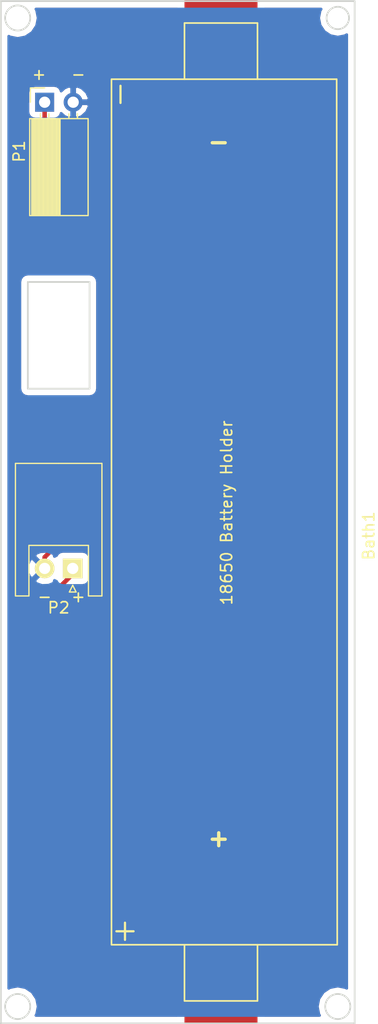
<source format=kicad_pcb>
(kicad_pcb (version 4) (host pcbnew 4.0.4-stable)

  (general
    (links 4)
    (no_connects 0)
    (area 118.024999 61.7 151.925 153.2)
    (thickness 1.6)
    (drawings 22)
    (tracks 35)
    (zones 0)
    (modules 3)
    (nets 3)
  )

  (page A4)
  (layers
    (0 F.Cu signal)
    (31 B.Cu signal)
    (32 B.Adhes user)
    (33 F.Adhes user)
    (34 B.Paste user)
    (35 F.Paste user)
    (36 B.SilkS user)
    (37 F.SilkS user)
    (38 B.Mask user)
    (39 F.Mask user)
    (40 Dwgs.User user)
    (41 Cmts.User user)
    (42 Eco1.User user)
    (43 Eco2.User user)
    (44 Edge.Cuts user)
    (45 Margin user)
    (46 B.CrtYd user)
    (47 F.CrtYd user)
    (48 B.Fab user)
    (49 F.Fab user)
  )

  (setup
    (last_trace_width 0.25)
    (trace_clearance 0.2)
    (zone_clearance 0.508)
    (zone_45_only no)
    (trace_min 0.2)
    (segment_width 0.2)
    (edge_width 0.15)
    (via_size 0.6)
    (via_drill 0.4)
    (via_min_size 0.4)
    (via_min_drill 0.3)
    (uvia_size 0.3)
    (uvia_drill 0.1)
    (uvias_allowed no)
    (uvia_min_size 0.2)
    (uvia_min_drill 0.1)
    (pcb_text_width 0.3)
    (pcb_text_size 1.5 1.5)
    (mod_edge_width 0.15)
    (mod_text_size 1 1)
    (mod_text_width 0.15)
    (pad_size 1.524 1.524)
    (pad_drill 0.762)
    (pad_to_mask_clearance 0.2)
    (aux_axis_origin 0 0)
    (visible_elements 7FFFFFFF)
    (pcbplotparams
      (layerselection 0x010f0_80000001)
      (usegerberextensions true)
      (excludeedgelayer true)
      (linewidth 0.100000)
      (plotframeref false)
      (viasonmask false)
      (mode 1)
      (useauxorigin false)
      (hpglpennumber 1)
      (hpglpenspeed 20)
      (hpglpendiameter 15)
      (hpglpenoverlay 2)
      (psnegative false)
      (psa4output false)
      (plotreference true)
      (plotvalue true)
      (plotinvisibletext false)
      (padsonsilk false)
      (subtractmaskfromsilk false)
      (outputformat 1)
      (mirror false)
      (drillshape 0)
      (scaleselection 1)
      (outputdirectory berber_pwr_board/))
  )

  (net 0 "")
  (net 1 "Net-(Bath1-Pad2)")
  (net 2 "Net-(Bath1-Pad1)")

  (net_class Default "Ceci est la Netclass par défaut"
    (clearance 0.2)
    (trace_width 0.25)
    (via_dia 0.6)
    (via_drill 0.4)
    (uvia_dia 0.3)
    (uvia_drill 0.1)
  )

  (net_class Alim ""
    (clearance 0.2)
    (trace_width 0.4)
    (via_dia 0.6)
    (via_drill 0.4)
    (uvia_dia 0.3)
    (uvia_drill 0.1)
    (add_net "Net-(Bath1-Pad1)")
    (add_net "Net-(Bath1-Pad2)")
  )

  (module 18650:18650BattHolder (layer F.Cu) (tedit 59705730) (tstamp 5991FAFF)
    (at 148 146 90)
    (path /5991F7A1)
    (fp_text reference Bath1 (at 36.4 2.85 90) (layer F.SilkS)
      (effects (font (size 1 1) (thickness 0.15)))
    )
    (fp_text value 18650BattHolder (at 38.65 -22.4 90) (layer F.Fab)
      (effects (font (size 1 1) (thickness 0.15)))
    )
    (fp_text user - (at 75.7 -19.4 90) (layer F.SilkS)
      (effects (font (size 2 2) (thickness 0.2)))
    )
    (fp_text user + (at 1.2 -19 90) (layer F.SilkS)
      (effects (font (size 2 2) (thickness 0.2)))
    )
    (fp_text user "18650 Battery Holder" (at 38.45 -9.8 90) (layer F.SilkS)
      (effects (font (size 1 1) (thickness 0.15)))
    )
    (fp_line (start 80.15 -13.55) (end 82.05 -13.55) (layer F.SilkS) (width 0.15))
    (fp_line (start 82.05 -13.55) (end 82.05 -7.05) (layer F.SilkS) (width 0.15))
    (fp_line (start 82.05 -7.05) (end 80.35 -7.05) (layer F.SilkS) (width 0.15))
    (fp_line (start 77.05 -7.05) (end 80.35 -7.05) (layer F.SilkS) (width 0.15))
    (fp_line (start 77.05 -13.55) (end 80.15 -13.55) (layer F.SilkS) (width 0.15))
    (fp_line (start -3.25 -13.55) (end -5 -13.55) (layer F.SilkS) (width 0.15))
    (fp_line (start -5 -13.55) (end -5 -7.05) (layer F.SilkS) (width 0.15))
    (fp_line (start -5 -7.05) (end -3.8 -7.05) (layer F.SilkS) (width 0.15))
    (fp_line (start 0 -7.05) (end -3.75 -7.05) (layer F.SilkS) (width 0.15))
    (fp_line (start 0 -13.55) (end -3.25 -13.55) (layer F.SilkS) (width 0.15))
    (fp_line (start 77.05 0) (end 77.05 -20.05) (layer F.SilkS) (width 0.15))
    (fp_line (start 0 -20.05) (end 77 -20.05) (layer F.SilkS) (width 0.15))
    (fp_line (start 77.05 0) (end 0 0.05) (layer F.SilkS) (width 0.15))
    (fp_line (start 0 0.05) (end 0 -20) (layer F.SilkS) (width 0.15))
    (pad 2 smd rect (at 80.6 -10.3 90) (size 7 6.5) (layers F.Cu F.Paste F.Mask)
      (net 1 "Net-(Bath1-Pad2)"))
    (pad 1 smd rect (at -3.5 -10.3 90) (size 7 6.5) (layers F.Cu F.Paste F.Mask)
      (net 2 "Net-(Bath1-Pad1)"))
    (model ../../../../../../Users/ccadic/CloudStation/1860BatteryHolder/18650bh.wrl
      (at (xyz 0 0.4 0))
      (scale (xyz 0.3937 0.3937 0.3937))
      (rotate (xyz -90 0 0))
    )
  )

  (module Connectors_JST:JST_XH_S02B-XH-A_02x2.50mm_Angled (layer F.Cu) (tedit 58EAE850) (tstamp 5992F794)
    (at 124.5 112.5 180)
    (descr "JST XH series connector, S02B-XH-A, side entry type, through hole")
    (tags "connector jst xh tht side horizontal angled 2.50mm")
    (path /5992F826)
    (fp_text reference P2 (at 1.25 -3.5 180) (layer F.SilkS)
      (effects (font (size 1 1) (thickness 0.15)))
    )
    (fp_text value JSTConn (at 1.25 10.3 180) (layer F.Fab)
      (effects (font (size 1 1) (thickness 0.15)))
    )
    (fp_line (start -2.45 -2.3) (end -2.45 9.2) (layer F.Fab) (width 0.1))
    (fp_line (start -2.45 9.2) (end 4.95 9.2) (layer F.Fab) (width 0.1))
    (fp_line (start 4.95 9.2) (end 4.95 -2.3) (layer F.Fab) (width 0.1))
    (fp_line (start 4.95 -2.3) (end -2.45 -2.3) (layer F.Fab) (width 0.1))
    (fp_line (start -2.95 -2.8) (end -2.95 9.7) (layer F.CrtYd) (width 0.05))
    (fp_line (start -2.95 9.7) (end 5.45 9.7) (layer F.CrtYd) (width 0.05))
    (fp_line (start 5.45 9.7) (end 5.45 -2.8) (layer F.CrtYd) (width 0.05))
    (fp_line (start 5.45 -2.8) (end -2.95 -2.8) (layer F.CrtYd) (width 0.05))
    (fp_line (start 1.25 9.35) (end -2.6 9.35) (layer F.SilkS) (width 0.12))
    (fp_line (start -2.6 9.35) (end -2.6 -2.45) (layer F.SilkS) (width 0.12))
    (fp_line (start -2.6 -2.45) (end -1.4 -2.45) (layer F.SilkS) (width 0.12))
    (fp_line (start -1.4 -2.45) (end -1.4 2.05) (layer F.SilkS) (width 0.12))
    (fp_line (start -1.4 2.05) (end 1.25 2.05) (layer F.SilkS) (width 0.12))
    (fp_line (start 1.25 9.35) (end 5.1 9.35) (layer F.SilkS) (width 0.12))
    (fp_line (start 5.1 9.35) (end 5.1 -2.45) (layer F.SilkS) (width 0.12))
    (fp_line (start 5.1 -2.45) (end 3.9 -2.45) (layer F.SilkS) (width 0.12))
    (fp_line (start 3.9 -2.45) (end 3.9 2.05) (layer F.SilkS) (width 0.12))
    (fp_line (start 3.9 2.05) (end 1.25 2.05) (layer F.SilkS) (width 0.12))
    (fp_line (start -0.25 3.45) (end -0.25 8.7) (layer F.Fab) (width 0.1))
    (fp_line (start -0.25 8.7) (end 0.25 8.7) (layer F.Fab) (width 0.1))
    (fp_line (start 0.25 8.7) (end 0.25 3.45) (layer F.Fab) (width 0.1))
    (fp_line (start 0.25 3.45) (end -0.25 3.45) (layer F.Fab) (width 0.1))
    (fp_line (start 2.25 3.45) (end 2.25 8.7) (layer F.Fab) (width 0.1))
    (fp_line (start 2.25 8.7) (end 2.75 8.7) (layer F.Fab) (width 0.1))
    (fp_line (start 2.75 8.7) (end 2.75 3.45) (layer F.Fab) (width 0.1))
    (fp_line (start 2.75 3.45) (end 2.25 3.45) (layer F.Fab) (width 0.1))
    (fp_line (start 0 -1.5) (end -0.3 -2.1) (layer F.SilkS) (width 0.12))
    (fp_line (start -0.3 -2.1) (end 0.3 -2.1) (layer F.SilkS) (width 0.12))
    (fp_line (start 0.3 -2.1) (end 0 -1.5) (layer F.SilkS) (width 0.12))
    (fp_line (start 0 -1.5) (end -0.3 -2.1) (layer F.Fab) (width 0.1))
    (fp_line (start -0.3 -2.1) (end 0.3 -2.1) (layer F.Fab) (width 0.1))
    (fp_line (start 0.3 -2.1) (end 0 -1.5) (layer F.Fab) (width 0.1))
    (fp_text user %R (at 1.25 2.25 180) (layer F.Fab)
      (effects (font (size 1 1) (thickness 0.15)))
    )
    (pad 1 thru_hole rect (at 0 0 180) (size 1.75 1.75) (drill 1) (layers *.Cu *.Mask F.SilkS)
      (net 2 "Net-(Bath1-Pad1)"))
    (pad 2 thru_hole circle (at 2.5 0 180) (size 1.75 1.75) (drill 1) (layers *.Cu *.Mask F.SilkS)
      (net 1 "Net-(Bath1-Pad2)"))
    (model Connectors_JST.3dshapes/JST_XH_S02B-XH-A_02x2.50mm_Angled.wrl
      (at (xyz 0 0 0))
      (scale (xyz 1 1 1))
      (rotate (xyz 0 0 0))
    )
  )

  (module Socket_Strips:Socket_Strip_Angled_1x02_Pitch2.54mm (layer F.Cu) (tedit 58CD5446) (tstamp 59930005)
    (at 122 71 90)
    (descr "Through hole angled socket strip, 1x02, 2.54mm pitch, 8.51mm socket length, single row")
    (tags "Through hole angled socket strip THT 1x02 2.54mm single row")
    (path /5991F806)
    (fp_text reference P1 (at -4.38 -2.27 90) (layer F.SilkS)
      (effects (font (size 1 1) (thickness 0.15)))
    )
    (fp_text value PwConB2 (at -4.38 4.81 90) (layer F.Fab)
      (effects (font (size 1 1) (thickness 0.15)))
    )
    (fp_line (start -1.52 -1.27) (end -1.52 1.27) (layer F.Fab) (width 0.1))
    (fp_line (start -1.52 1.27) (end -10.03 1.27) (layer F.Fab) (width 0.1))
    (fp_line (start -10.03 1.27) (end -10.03 -1.27) (layer F.Fab) (width 0.1))
    (fp_line (start -10.03 -1.27) (end -1.52 -1.27) (layer F.Fab) (width 0.1))
    (fp_line (start 0 -0.32) (end 0 0.32) (layer F.Fab) (width 0.1))
    (fp_line (start 0 0.32) (end -1.52 0.32) (layer F.Fab) (width 0.1))
    (fp_line (start -1.52 0.32) (end -1.52 -0.32) (layer F.Fab) (width 0.1))
    (fp_line (start -1.52 -0.32) (end 0 -0.32) (layer F.Fab) (width 0.1))
    (fp_line (start -1.52 1.27) (end -1.52 3.81) (layer F.Fab) (width 0.1))
    (fp_line (start -1.52 3.81) (end -10.03 3.81) (layer F.Fab) (width 0.1))
    (fp_line (start -10.03 3.81) (end -10.03 1.27) (layer F.Fab) (width 0.1))
    (fp_line (start -10.03 1.27) (end -1.52 1.27) (layer F.Fab) (width 0.1))
    (fp_line (start 0 2.22) (end 0 2.86) (layer F.Fab) (width 0.1))
    (fp_line (start 0 2.86) (end -1.52 2.86) (layer F.Fab) (width 0.1))
    (fp_line (start -1.52 2.86) (end -1.52 2.22) (layer F.Fab) (width 0.1))
    (fp_line (start -1.52 2.22) (end 0 2.22) (layer F.Fab) (width 0.1))
    (fp_line (start -1.46 -1.33) (end -1.46 1.27) (layer F.SilkS) (width 0.12))
    (fp_line (start -1.46 1.27) (end -10.09 1.27) (layer F.SilkS) (width 0.12))
    (fp_line (start -10.09 1.27) (end -10.09 -1.33) (layer F.SilkS) (width 0.12))
    (fp_line (start -10.09 -1.33) (end -1.46 -1.33) (layer F.SilkS) (width 0.12))
    (fp_line (start -1.03 -0.38) (end -1.46 -0.38) (layer F.SilkS) (width 0.12))
    (fp_line (start -1.03 0.38) (end -1.46 0.38) (layer F.SilkS) (width 0.12))
    (fp_line (start -1.46 -1.15) (end -10.09 -1.15) (layer F.SilkS) (width 0.12))
    (fp_line (start -1.46 -1.03) (end -10.09 -1.03) (layer F.SilkS) (width 0.12))
    (fp_line (start -1.46 -0.91) (end -10.09 -0.91) (layer F.SilkS) (width 0.12))
    (fp_line (start -1.46 -0.79) (end -10.09 -0.79) (layer F.SilkS) (width 0.12))
    (fp_line (start -1.46 -0.67) (end -10.09 -0.67) (layer F.SilkS) (width 0.12))
    (fp_line (start -1.46 -0.55) (end -10.09 -0.55) (layer F.SilkS) (width 0.12))
    (fp_line (start -1.46 -0.43) (end -10.09 -0.43) (layer F.SilkS) (width 0.12))
    (fp_line (start -1.46 -0.31) (end -10.09 -0.31) (layer F.SilkS) (width 0.12))
    (fp_line (start -1.46 -0.19) (end -10.09 -0.19) (layer F.SilkS) (width 0.12))
    (fp_line (start -1.46 -0.07) (end -10.09 -0.07) (layer F.SilkS) (width 0.12))
    (fp_line (start -1.46 0.05) (end -10.09 0.05) (layer F.SilkS) (width 0.12))
    (fp_line (start -1.46 0.17) (end -10.09 0.17) (layer F.SilkS) (width 0.12))
    (fp_line (start -1.46 0.29) (end -10.09 0.29) (layer F.SilkS) (width 0.12))
    (fp_line (start -1.46 0.41) (end -10.09 0.41) (layer F.SilkS) (width 0.12))
    (fp_line (start -1.46 0.53) (end -10.09 0.53) (layer F.SilkS) (width 0.12))
    (fp_line (start -1.46 0.65) (end -10.09 0.65) (layer F.SilkS) (width 0.12))
    (fp_line (start -1.46 0.77) (end -10.09 0.77) (layer F.SilkS) (width 0.12))
    (fp_line (start -1.46 0.89) (end -10.09 0.89) (layer F.SilkS) (width 0.12))
    (fp_line (start -1.46 1.01) (end -10.09 1.01) (layer F.SilkS) (width 0.12))
    (fp_line (start -1.46 1.13) (end -10.09 1.13) (layer F.SilkS) (width 0.12))
    (fp_line (start -1.46 1.25) (end -10.09 1.25) (layer F.SilkS) (width 0.12))
    (fp_line (start -1.46 1.37) (end -10.09 1.37) (layer F.SilkS) (width 0.12))
    (fp_line (start -1.46 1.27) (end -1.46 3.87) (layer F.SilkS) (width 0.12))
    (fp_line (start -1.46 3.87) (end -10.09 3.87) (layer F.SilkS) (width 0.12))
    (fp_line (start -10.09 3.87) (end -10.09 1.27) (layer F.SilkS) (width 0.12))
    (fp_line (start -10.09 1.27) (end -1.46 1.27) (layer F.SilkS) (width 0.12))
    (fp_line (start -1.03 2.16) (end -1.46 2.16) (layer F.SilkS) (width 0.12))
    (fp_line (start -1.03 2.92) (end -1.46 2.92) (layer F.SilkS) (width 0.12))
    (fp_line (start 0 -1.27) (end 1.27 -1.27) (layer F.SilkS) (width 0.12))
    (fp_line (start 1.27 -1.27) (end 1.27 0) (layer F.SilkS) (width 0.12))
    (fp_line (start 1.8 -1.8) (end 1.8 4.35) (layer F.CrtYd) (width 0.05))
    (fp_line (start 1.8 4.35) (end -10.55 4.35) (layer F.CrtYd) (width 0.05))
    (fp_line (start -10.55 4.35) (end -10.55 -1.8) (layer F.CrtYd) (width 0.05))
    (fp_line (start -10.55 -1.8) (end 1.8 -1.8) (layer F.CrtYd) (width 0.05))
    (fp_text user %R (at -4.38 -2.27 90) (layer F.Fab)
      (effects (font (size 1 1) (thickness 0.15)))
    )
    (pad 1 thru_hole rect (at 0 0 90) (size 1.7 1.7) (drill 1) (layers *.Cu *.Mask)
      (net 2 "Net-(Bath1-Pad1)"))
    (pad 2 thru_hole oval (at 0 2.54 90) (size 1.7 1.7) (drill 1) (layers *.Cu *.Mask)
      (net 1 "Net-(Bath1-Pad2)"))
    (model Socket_Strips.3dshapes/Socket_Strip_Angled_1x02.wrl
      (at (xyz 0 -0.05 0))
      (scale (xyz 1 1 1))
      (rotate (xyz 180 180 90))
    )
  )

  (gr_text "SnapOnAir.com Devices\n(c)2017 - Dr CADIC Philippe" (at 138.1 104.3 90) (layer B.Paste)
    (effects (font (size 1.5 1.5) (thickness 0.3)) (justify mirror))
  )
  (gr_text - (at 122 115) (layer F.SilkS)
    (effects (font (size 1 1) (thickness 0.15)))
  )
  (gr_text + (at 125 115) (layer F.SilkS)
    (effects (font (size 1 1) (thickness 0.15)))
  )
  (gr_line (start 120.5 96.5) (end 120.5 87) (angle 90) (layer Edge.Cuts) (width 0.15))
  (gr_line (start 126 96.5) (end 120.5 96.5) (angle 90) (layer Edge.Cuts) (width 0.15))
  (gr_line (start 126 87) (end 126 96.5) (angle 90) (layer Edge.Cuts) (width 0.15))
  (gr_line (start 120.5 87) (end 126 87) (angle 90) (layer Edge.Cuts) (width 0.15))
  (gr_text + (at 137.5 136.5) (layer F.SilkS)
    (effects (font (size 1.5 1.5) (thickness 0.3)))
  )
  (gr_text - (at 137.5 74.5) (layer F.SilkS)
    (effects (font (size 1.5 1.5) (thickness 0.3)))
  )
  (gr_text - (at 125 68.5) (layer F.SilkS)
    (effects (font (size 1 1) (thickness 0.15)))
  )
  (gr_text + (at 121.5 68.5) (layer F.SilkS)
    (effects (font (size 1 1) (thickness 0.15)))
  )
  (gr_line (start 141.1 153) (end 127.6 153) (angle 90) (layer Edge.Cuts) (width 0.15))
  (gr_circle (center 119.6 63.5) (end 120.6 63) (layer Edge.Cuts) (width 0.15) (tstamp 5991B819))
  (gr_line (start 118.1 153) (end 118.1 62) (angle 90) (layer Edge.Cuts) (width 0.15) (tstamp 5991B818))
  (gr_circle (center 119.6 151.5) (end 120.6 151) (layer Edge.Cuts) (width 0.15) (tstamp 5991B817))
  (gr_line (start 127.6 153) (end 118.1 153) (angle 90) (layer Edge.Cuts) (width 0.15) (tstamp 5991B816))
  (gr_line (start 141.1 153) (end 149.6 153) (angle 90) (layer Edge.Cuts) (width 0.15) (tstamp 5991B815))
  (gr_circle (center 148.1 151.5) (end 149.1 151) (layer Edge.Cuts) (width 0.15) (tstamp 5991B814))
  (gr_circle (center 148.1 63.5) (end 149.1 63.5) (layer Edge.Cuts) (width 0.15) (tstamp 5991B813))
  (gr_line (start 149.6 62) (end 149.6 62.5) (angle 90) (layer Edge.Cuts) (width 0.15) (tstamp 5991B812))
  (gr_line (start 149.6 153) (end 149.6 62.5) (angle 90) (layer Edge.Cuts) (width 0.15) (tstamp 5991B811))
  (gr_line (start 118.1 62) (end 149.6 62) (angle 90) (layer Edge.Cuts) (width 0.15) (tstamp 5991B810))

  (segment (start 124.54 71) (end 124.54 69.46) (width 0.4) (layer F.Cu) (net 1))
  (segment (start 124.54 69.46) (end 128.6 65.4) (width 0.4) (layer F.Cu) (net 1) (tstamp 59930048))
  (segment (start 119 85.5) (end 119 118) (width 0.4) (layer F.Cu) (net 1))
  (segment (start 127.6 65.4) (end 127.1 65.4) (width 0.4) (layer F.Cu) (net 1) (tstamp 5992F805))
  (segment (start 127.1 65.4) (end 122.6 65.4) (width 0.4) (layer F.Cu) (net 1) (tstamp 5992FECD))
  (segment (start 120 68) (end 122.6 65.4) (width 0.4) (layer F.Cu) (net 1) (tstamp 5992F803))
  (segment (start 120 84.5) (end 120 68) (width 0.4) (layer F.Cu) (net 1) (tstamp 5992F802))
  (segment (start 119 85.5) (end 120 84.5) (width 0.4) (layer F.Cu) (net 1) (tstamp 5992F801))
  (segment (start 120 119) (end 119 118) (width 0.4) (layer F.Cu) (net 1) (tstamp 5992F7FD))
  (segment (start 125 119) (end 120 119) (width 0.4) (layer F.Cu) (net 1) (tstamp 5992F7FB))
  (segment (start 126.5 117.5) (end 125 119) (width 0.4) (layer F.Cu) (net 1) (tstamp 5992F7F9))
  (segment (start 126.5 111) (end 126.5 117.5) (width 0.4) (layer F.Cu) (net 1) (tstamp 5992F7F8))
  (segment (start 126 110.5) (end 126.5 111) (width 0.4) (layer F.Cu) (net 1) (tstamp 5992F7F7))
  (segment (start 123 110.5) (end 126 110.5) (width 0.4) (layer F.Cu) (net 1) (tstamp 5992F7F5))
  (segment (start 122 111.5) (end 123 110.5) (width 0.4) (layer F.Cu) (net 1) (tstamp 5992F7F3))
  (segment (start 122 111.5) (end 122 112.5) (width 0.4) (layer F.Cu) (net 1))
  (segment (start 137.7 65.4) (end 128.6 65.4) (width 0.4) (layer F.Cu) (net 1))
  (segment (start 128.6 65.4) (end 127.6 65.4) (width 0.4) (layer F.Cu) (net 1) (tstamp 5993004B))
  (segment (start 128 73.5) (end 123 73.5) (width 0.4) (layer F.Cu) (net 2))
  (segment (start 129 108.5) (end 129 74.5) (width 0.4) (layer F.Cu) (net 2) (tstamp 5992F55E))
  (segment (start 128 73.5) (end 129 74.5) (width 0.4) (layer F.Cu) (net 2) (tstamp 5992F55D))
  (segment (start 122 72.5) (end 122 71) (width 0.4) (layer F.Cu) (net 2) (tstamp 59930045))
  (segment (start 123 73.5) (end 122 72.5) (width 0.4) (layer F.Cu) (net 2) (tstamp 59930044))
  (segment (start 124.5 112.5) (end 124.5 113) (width 0.4) (layer F.Cu) (net 2))
  (segment (start 124.5 113) (end 123 114.5) (width 0.4) (layer F.Cu) (net 2) (tstamp 5992F88D))
  (segment (start 123 114.5) (end 121.5 114.5) (width 0.4) (layer F.Cu) (net 2) (tstamp 5992F88F))
  (segment (start 121.5 114.5) (end 120 113) (width 0.4) (layer F.Cu) (net 2) (tstamp 5992F890))
  (segment (start 120 113) (end 120 110.5) (width 0.4) (layer F.Cu) (net 2) (tstamp 5992F892))
  (segment (start 120 110.5) (end 122 108.5) (width 0.4) (layer F.Cu) (net 2) (tstamp 5992F894))
  (segment (start 122 108.5) (end 129 108.5) (width 0.4) (layer F.Cu) (net 2) (tstamp 5992F8A6))
  (segment (start 122 71) (end 122 71.5) (width 0.25) (layer F.Cu) (net 2))
  (segment (start 135.5 145) (end 135.5 147.3) (width 0.4) (layer F.Cu) (net 2) (tstamp 5992F562))
  (segment (start 129 138.5) (end 135.5 145) (width 0.4) (layer F.Cu) (net 2) (tstamp 5992F560))
  (segment (start 129 108.5) (end 129 138.5) (width 0.4) (layer F.Cu) (net 2) (tstamp 5992F8AC))
  (segment (start 135.5 147.3) (end 137.7 149.5) (width 0.25) (layer F.Cu) (net 2) (tstamp 5992F564))

  (zone (net 1) (net_name "Net-(Bath1-Pad2)") (layer B.Cu) (tstamp 59930388) (hatch edge 0.508)
    (connect_pads (clearance 0.508))
    (min_thickness 0.254)
    (fill yes (arc_segments 16) (thermal_gap 0.508) (thermal_bridge_width 0.508))
    (polygon
      (pts
        (xy 149.6 153) (xy 118.1 153) (xy 118.19989 62.099683) (xy 149.6 62)
      )
    )
    (filled_polygon
      (pts
        (xy 146.520166 62.845611) (xy 146.39 63.5) (xy 146.520166 64.154389) (xy 146.890847 64.709153) (xy 147.445611 65.079834)
        (xy 148.1 65.21) (xy 148.754389 65.079834) (xy 148.89 64.989222) (xy 148.89 149.871548) (xy 148.799558 149.811117)
        (xy 148.1 149.671966) (xy 147.400442 149.811117) (xy 146.807385 150.207385) (xy 146.411117 150.800442) (xy 146.271966 151.5)
        (xy 146.411117 152.199558) (xy 146.471548 152.29) (xy 121.228452 152.29) (xy 121.288883 152.199558) (xy 121.428034 151.5)
        (xy 121.288883 150.800442) (xy 120.892615 150.207385) (xy 120.299558 149.811117) (xy 119.6 149.671966) (xy 118.900442 149.811117)
        (xy 118.81 149.871548) (xy 118.81 112.265306) (xy 120.47841 112.265306) (xy 120.504421 112.865458) (xy 120.684047 113.299116)
        (xy 120.93794 113.382455) (xy 121.820395 112.5) (xy 120.93794 111.617545) (xy 120.684047 111.700884) (xy 120.47841 112.265306)
        (xy 118.81 112.265306) (xy 118.81 111.43794) (xy 121.117545 111.43794) (xy 122 112.320395) (xy 122.014143 112.306253)
        (xy 122.193748 112.485858) (xy 122.179605 112.5) (xy 122.193748 112.514143) (xy 122.014143 112.693748) (xy 122 112.679605)
        (xy 121.117545 113.56206) (xy 121.200884 113.815953) (xy 121.765306 114.02159) (xy 122.365458 113.995579) (xy 122.799116 113.815953)
        (xy 122.882454 113.562062) (xy 122.997086 113.676694) (xy 123.038136 113.635644) (xy 123.16091 113.826441) (xy 123.37311 113.971431)
        (xy 123.625 114.02244) (xy 125.375 114.02244) (xy 125.610317 113.978162) (xy 125.826441 113.83909) (xy 125.971431 113.62689)
        (xy 126.02244 113.375) (xy 126.02244 111.625) (xy 125.978162 111.389683) (xy 125.83909 111.173559) (xy 125.62689 111.028569)
        (xy 125.375 110.97756) (xy 123.625 110.97756) (xy 123.389683 111.021838) (xy 123.173559 111.16091) (xy 123.036006 111.362226)
        (xy 122.997086 111.323306) (xy 122.882454 111.437938) (xy 122.799116 111.184047) (xy 122.234694 110.97841) (xy 121.634542 111.004421)
        (xy 121.200884 111.184047) (xy 121.117545 111.43794) (xy 118.81 111.43794) (xy 118.81 87) (xy 119.79 87)
        (xy 119.79 96.5) (xy 119.844046 96.771705) (xy 119.997954 97.002046) (xy 120.228295 97.155954) (xy 120.5 97.21)
        (xy 126 97.21) (xy 126.271705 97.155954) (xy 126.502046 97.002046) (xy 126.655954 96.771705) (xy 126.71 96.5)
        (xy 126.71 87) (xy 126.655954 86.728295) (xy 126.502046 86.497954) (xy 126.271705 86.344046) (xy 126 86.29)
        (xy 120.5 86.29) (xy 120.228295 86.344046) (xy 119.997954 86.497954) (xy 119.844046 86.728295) (xy 119.79 87)
        (xy 118.81 87) (xy 118.81 70.15) (xy 120.50256 70.15) (xy 120.50256 71.85) (xy 120.546838 72.085317)
        (xy 120.68591 72.301441) (xy 120.89811 72.446431) (xy 121.15 72.49744) (xy 122.85 72.49744) (xy 123.085317 72.453162)
        (xy 123.301441 72.31409) (xy 123.446431 72.10189) (xy 123.468301 71.993893) (xy 123.773076 72.271645) (xy 124.18311 72.441476)
        (xy 124.413 72.320155) (xy 124.413 71.127) (xy 124.667 71.127) (xy 124.667 72.320155) (xy 124.89689 72.441476)
        (xy 125.306924 72.271645) (xy 125.735183 71.881358) (xy 125.981486 71.356892) (xy 125.860819 71.127) (xy 124.667 71.127)
        (xy 124.413 71.127) (xy 124.393 71.127) (xy 124.393 70.873) (xy 124.413 70.873) (xy 124.413 69.679845)
        (xy 124.667 69.679845) (xy 124.667 70.873) (xy 125.860819 70.873) (xy 125.981486 70.643108) (xy 125.735183 70.118642)
        (xy 125.306924 69.728355) (xy 124.89689 69.558524) (xy 124.667 69.679845) (xy 124.413 69.679845) (xy 124.18311 69.558524)
        (xy 123.773076 69.728355) (xy 123.470063 70.004501) (xy 123.453162 69.914683) (xy 123.31409 69.698559) (xy 123.10189 69.553569)
        (xy 122.85 69.50256) (xy 121.15 69.50256) (xy 120.914683 69.546838) (xy 120.698559 69.68591) (xy 120.553569 69.89811)
        (xy 120.50256 70.15) (xy 118.81 70.15) (xy 118.81 65.128452) (xy 118.900442 65.188883) (xy 119.6 65.328034)
        (xy 120.299558 65.188883) (xy 120.892615 64.792615) (xy 121.288883 64.199558) (xy 121.428034 63.5) (xy 121.288883 62.800442)
        (xy 121.228452 62.71) (xy 146.610778 62.71)
      )
    )
  )
  (zone (net 1) (net_name "Net-(Bath1-Pad2)") (layer B.Cu) (tstamp 59930389) (hatch edge 0.508)
    (connect_pads (clearance 0.508))
    (min_thickness 0.254)
    (fill yes (arc_segments 16) (thermal_gap 0.508) (thermal_bridge_width 0.508))
    (polygon
      (pts
        (xy 118.19989 62.099683) (xy 118.1 62.1) (xy 118.2 62)
      )
    )
  )
  (zone (net 1) (net_name "Net-(Bath1-Pad2)") (layer F.Cu) (tstamp 5993038B) (hatch edge 0.508)
    (connect_pads (clearance 0.508))
    (min_thickness 0.254)
    (fill yes (arc_segments 16) (thermal_gap 0.508) (thermal_bridge_width 0.508))
    (polygon
      (pts
        (xy 149.6 153) (xy 118.1 153) (xy 118.1 62) (xy 149.6 62)
      )
    )
    (filled_polygon
      (pts
        (xy 133.815 65.11425) (xy 133.97375 65.273) (xy 137.573 65.273) (xy 137.573 65.253) (xy 137.827 65.253)
        (xy 137.827 65.273) (xy 141.42625 65.273) (xy 141.585 65.11425) (xy 141.585 62.71) (xy 146.610778 62.71)
        (xy 146.520166 62.845611) (xy 146.39 63.5) (xy 146.520166 64.154389) (xy 146.890847 64.709153) (xy 147.445611 65.079834)
        (xy 148.1 65.21) (xy 148.754389 65.079834) (xy 148.89 64.989222) (xy 148.89 149.871548) (xy 148.799558 149.811117)
        (xy 148.1 149.671966) (xy 147.400442 149.811117) (xy 146.807385 150.207385) (xy 146.411117 150.800442) (xy 146.271966 151.5)
        (xy 146.411117 152.199558) (xy 146.471548 152.29) (xy 141.59744 152.29) (xy 141.59744 146) (xy 141.553162 145.764683)
        (xy 141.41409 145.548559) (xy 141.20189 145.403569) (xy 140.95 145.35256) (xy 136.335 145.35256) (xy 136.335 145)
        (xy 136.271439 144.680459) (xy 136.090434 144.409566) (xy 129.835 138.154132) (xy 129.835 74.5) (xy 129.77144 74.18046)
        (xy 129.590434 73.909566) (xy 128.590434 72.909566) (xy 128.455702 72.819541) (xy 128.319541 72.728561) (xy 128 72.665)
        (xy 123.345868 72.665) (xy 123.114957 72.434089) (xy 123.301441 72.31409) (xy 123.446431 72.10189) (xy 123.468301 71.993893)
        (xy 123.773076 72.271645) (xy 124.18311 72.441476) (xy 124.413 72.320155) (xy 124.413 71.127) (xy 124.667 71.127)
        (xy 124.667 72.320155) (xy 124.89689 72.441476) (xy 125.306924 72.271645) (xy 125.735183 71.881358) (xy 125.981486 71.356892)
        (xy 125.860819 71.127) (xy 124.667 71.127) (xy 124.413 71.127) (xy 124.393 71.127) (xy 124.393 70.873)
        (xy 124.413 70.873) (xy 124.413 69.679845) (xy 124.667 69.679845) (xy 124.667 70.873) (xy 125.860819 70.873)
        (xy 125.981486 70.643108) (xy 125.735183 70.118642) (xy 125.306924 69.728355) (xy 124.89689 69.558524) (xy 124.667 69.679845)
        (xy 124.413 69.679845) (xy 124.18311 69.558524) (xy 123.773076 69.728355) (xy 123.470063 70.004501) (xy 123.453162 69.914683)
        (xy 123.31409 69.698559) (xy 123.10189 69.553569) (xy 122.85 69.50256) (xy 121.15 69.50256) (xy 120.914683 69.546838)
        (xy 120.698559 69.68591) (xy 120.553569 69.89811) (xy 120.50256 70.15) (xy 120.50256 71.85) (xy 120.546838 72.085317)
        (xy 120.68591 72.301441) (xy 120.89811 72.446431) (xy 121.15 72.49744) (xy 121.165 72.49744) (xy 121.165 72.5)
        (xy 121.228561 72.819541) (xy 121.288714 72.909566) (xy 121.409566 73.090434) (xy 122.409566 74.090434) (xy 122.68046 74.27144)
        (xy 123 74.335) (xy 127.654132 74.335) (xy 128.165 74.845868) (xy 128.165 107.665) (xy 122 107.665)
        (xy 121.680459 107.728561) (xy 121.409566 107.909566) (xy 119.409566 109.909566) (xy 119.228561 110.180459) (xy 119.165 110.5)
        (xy 119.165 113) (xy 119.228561 113.319541) (xy 119.265618 113.375) (xy 119.409566 113.590434) (xy 120.909566 115.090434)
        (xy 121.180459 115.271439) (xy 121.5 115.335) (xy 123 115.335) (xy 123.319541 115.271439) (xy 123.590434 115.090434)
        (xy 124.658428 114.02244) (xy 125.375 114.02244) (xy 125.610317 113.978162) (xy 125.826441 113.83909) (xy 125.971431 113.62689)
        (xy 126.02244 113.375) (xy 126.02244 111.625) (xy 125.978162 111.389683) (xy 125.83909 111.173559) (xy 125.62689 111.028569)
        (xy 125.375 110.97756) (xy 123.625 110.97756) (xy 123.389683 111.021838) (xy 123.173559 111.16091) (xy 123.036006 111.362226)
        (xy 122.997086 111.323306) (xy 122.882454 111.437938) (xy 122.799116 111.184047) (xy 122.234694 110.97841) (xy 121.634542 111.004421)
        (xy 121.200884 111.184047) (xy 121.117545 111.43794) (xy 122 112.320395) (xy 122.014143 112.306253) (xy 122.193748 112.485858)
        (xy 122.179605 112.5) (xy 122.193748 112.514143) (xy 122.014143 112.693748) (xy 122 112.679605) (xy 121.985858 112.693748)
        (xy 121.806253 112.514143) (xy 121.820395 112.5) (xy 120.93794 111.617545) (xy 120.835 111.651334) (xy 120.835 110.845868)
        (xy 122.345868 109.335) (xy 128.165 109.335) (xy 128.165 138.5) (xy 128.228561 138.819541) (xy 128.409566 139.090434)
        (xy 134.665 145.345868) (xy 134.665 145.35256) (xy 134.45 145.35256) (xy 134.214683 145.396838) (xy 133.998559 145.53591)
        (xy 133.853569 145.74811) (xy 133.80256 146) (xy 133.80256 152.29) (xy 121.228452 152.29) (xy 121.288883 152.199558)
        (xy 121.428034 151.5) (xy 121.288883 150.800442) (xy 120.892615 150.207385) (xy 120.299558 149.811117) (xy 119.6 149.671966)
        (xy 118.900442 149.811117) (xy 118.81 149.871548) (xy 118.81 87) (xy 119.79 87) (xy 119.79 96.5)
        (xy 119.844046 96.771705) (xy 119.997954 97.002046) (xy 120.228295 97.155954) (xy 120.5 97.21) (xy 126 97.21)
        (xy 126.271705 97.155954) (xy 126.502046 97.002046) (xy 126.655954 96.771705) (xy 126.71 96.5) (xy 126.71 87)
        (xy 126.655954 86.728295) (xy 126.502046 86.497954) (xy 126.271705 86.344046) (xy 126 86.29) (xy 120.5 86.29)
        (xy 120.228295 86.344046) (xy 119.997954 86.497954) (xy 119.844046 86.728295) (xy 119.79 87) (xy 118.81 87)
        (xy 118.81 65.68575) (xy 133.815 65.68575) (xy 133.815 69.026309) (xy 133.911673 69.259698) (xy 134.090301 69.438327)
        (xy 134.32369 69.535) (xy 137.41425 69.535) (xy 137.573 69.37625) (xy 137.573 65.527) (xy 137.827 65.527)
        (xy 137.827 69.37625) (xy 137.98575 69.535) (xy 141.07631 69.535) (xy 141.309699 69.438327) (xy 141.488327 69.259698)
        (xy 141.585 69.026309) (xy 141.585 65.68575) (xy 141.42625 65.527) (xy 137.827 65.527) (xy 137.573 65.527)
        (xy 133.97375 65.527) (xy 133.815 65.68575) (xy 118.81 65.68575) (xy 118.81 65.128452) (xy 118.900442 65.188883)
        (xy 119.6 65.328034) (xy 120.299558 65.188883) (xy 120.892615 64.792615) (xy 121.288883 64.199558) (xy 121.428034 63.5)
        (xy 121.288883 62.800442) (xy 121.228452 62.71) (xy 133.815 62.71)
      )
    )
  )
)

</source>
